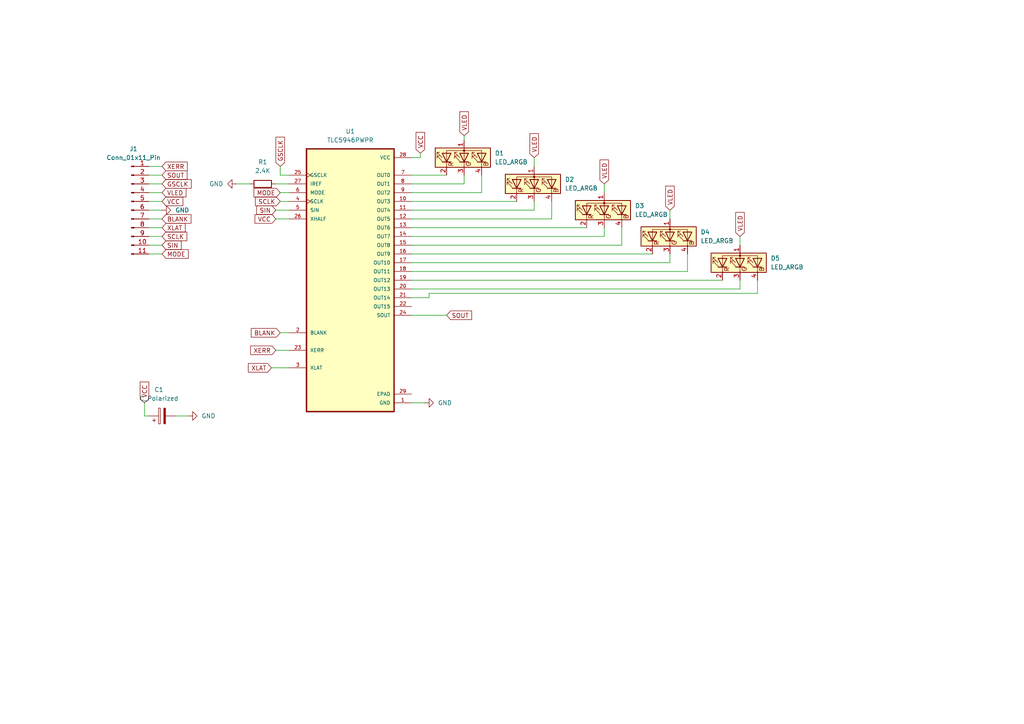
<source format=kicad_sch>
(kicad_sch (version 20231120) (generator "eeschema") (generator_version "8.0")
  (paper "A4")
  (lib_symbols
    (symbol "Connector:Conn_01x11_Pin" (pin_names (offset 1.016) hide)
      (property "Reference" "J" (at 0 15.24 0))
      (property "Value" "Conn_01x11_Pin" (at 0 -15.24 0))
      (symbol "Conn_01x11_Pin_1_1"
        (polyline (pts (xy 1.27 -12.7) (xy 0.8636 -12.7)) (stroke (width 0.1524)))
        (polyline (pts (xy 1.27 -10.16) (xy 0.8636 -10.16)) (stroke (width 0.1524)))
        (polyline (pts (xy 1.27 -7.62) (xy 0.8636 -7.62)) (stroke (width 0.1524)))
        (polyline (pts (xy 1.27 -5.08) (xy 0.8636 -5.08)) (stroke (width 0.1524)))
        (polyline (pts (xy 1.27 -2.54) (xy 0.8636 -2.54)) (stroke (width 0.1524)))
        (polyline (pts (xy 1.27 0) (xy 0.8636 0)) (stroke (width 0.1524)))
        (polyline (pts (xy 1.27 2.54) (xy 0.8636 2.54)) (stroke (width 0.1524)))
        (polyline (pts (xy 1.27 5.08) (xy 0.8636 5.08)) (stroke (width 0.1524)))
        (polyline (pts (xy 1.27 7.62) (xy 0.8636 7.62)) (stroke (width 0.1524)))
        (polyline (pts (xy 1.27 10.16) (xy 0.8636 10.16)) (stroke (width 0.1524)))
        (polyline (pts (xy 1.27 12.7) (xy 0.8636 12.7)) (stroke (width 0.1524)))
        (rectangle (start 0.8636 -12.573) (end 0 -12.827) (stroke (width 0.1524)) (fill (type outline)))
        (rectangle (start 0.8636 -10.033) (end 0 -10.287) (stroke (width 0.1524)) (fill (type outline)))
        (rectangle (start 0.8636 -7.493) (end 0 -7.747) (stroke (width 0.1524)) (fill (type outline)))
        (rectangle (start 0.8636 -4.953) (end 0 -5.207) (stroke (width 0.1524)) (fill (type outline)))
        (rectangle (start 0.8636 -2.413) (end 0 -2.667) (stroke (width 0.1524)) (fill (type outline)))
        (rectangle (start 0.8636 0.127) (end 0 -0.127) (stroke (width 0.1524)) (fill (type outline)))
        (rectangle (start 0.8636 2.667) (end 0 2.413) (stroke (width 0.1524)) (fill (type outline)))
        (rectangle (start 0.8636 5.207) (end 0 4.953) (stroke (width 0.1524)) (fill (type outline)))
        (rectangle (start 0.8636 7.747) (end 0 7.493) (stroke (width 0.1524)) (fill (type outline)))
        (rectangle (start 0.8636 10.287) (end 0 10.033) (stroke (width 0.1524)) (fill (type outline)))
        (rectangle (start 0.8636 12.827) (end 0 12.573) (stroke (width 0.1524)) (fill (type outline)))
        (pin passive line (at 5.08 12.7 180) (length 3.81) (name "Pin_1") (number "1"))
        (pin passive line (at 5.08 -10.16 180) (length 3.81) (name "Pin_10") (number "10"))
        (pin passive line (at 5.08 -12.7 180) (length 3.81) (name "Pin_11") (number "11"))
        (pin passive line (at 5.08 10.16 180) (length 3.81) (name "Pin_2") (number "2"))
        (pin passive line (at 5.08 7.62 180) (length 3.81) (name "Pin_3") (number "3"))
        (pin passive line (at 5.08 5.08 180) (length 3.81) (name "Pin_4") (number "4"))
        (pin passive line (at 5.08 2.54 180) (length 3.81) (name "Pin_5") (number "5"))
        (pin passive line (at 5.08 0 180) (length 3.81) (name "Pin_6") (number "6"))
        (pin passive line (at 5.08 -2.54 180) (length 3.81) (name "Pin_7") (number "7"))
        (pin passive line (at 5.08 -5.08 180) (length 3.81) (name "Pin_8") (number "8"))
        (pin passive line (at 5.08 -7.62 180) (length 3.81) (name "Pin_9") (number "9"))
      )
    )
    (symbol "Device:C_Polarized" (pin_numbers hide) (pin_names (offset 0.254))
      (property "Reference" "C" (at 0.635 2.54 0))
      (property "Value" "C_Polarized" (at 0.635 -2.54 0))
      (symbol "C_Polarized_0_1"
        (rectangle (start -2.286 0.508) (end 2.286 1.016))
        (polyline (pts (xy -1.778 2.286) (xy -0.762 2.286)))
        (polyline (pts (xy -1.27 2.794) (xy -1.27 1.778)))
        (rectangle (start 2.286 -0.508) (end -2.286 -1.016) (fill (type outline)))
      )
      (symbol "C_Polarized_1_1"
        (pin passive line (at 0 3.81 270) (length 2.794) (name "~") (number "1"))
        (pin passive line (at 0 -3.81 90) (length 2.794) (name "~") (number "2"))
      )
    )
    (symbol "Device:LED_ARGB" (pin_names (offset 0) hide)
      (property "Reference" "D" (at 0 9.398 0))
      (property "Value" "LED_ARGB" (at 0 -8.89 0))
      (symbol "LED_ARGB_0_0"
        (text "B" (at -1.905 -6.35 0) (effects (font (size 1.27 1.27))))
        (text "G" (at -1.905 -1.27 0) (effects (font (size 1.27 1.27))))
        (text "R" (at -1.905 3.81 0) (effects (font (size 1.27 1.27))))
      )
      (symbol "LED_ARGB_0_1"
        (polyline (pts (xy -1.27 -5.08) (xy -2.54 -5.08)))
        (polyline (pts (xy -1.27 -5.08) (xy 1.27 -5.08)))
        (polyline (pts (xy -1.27 -3.81) (xy -1.27 -6.35)) (stroke (width 0.254)))
        (polyline (pts (xy -1.27 0) (xy -2.54 0)))
        (polyline (pts (xy -1.27 1.27) (xy -1.27 -1.27)) (stroke (width 0.254)))
        (polyline (pts (xy -1.27 5.08) (xy -2.54 5.08)))
        (polyline (pts (xy -1.27 5.08) (xy 1.27 5.08)))
        (polyline (pts (xy -1.27 6.35) (xy -1.27 3.81)) (stroke (width 0.254)))
        (polyline (pts (xy 1.27 0) (xy -1.27 0)))
        (polyline (pts (xy 1.27 0) (xy 2.54 0)))
        (polyline (pts (xy -1.27 1.27) (xy -1.27 -1.27) (xy -1.27 -1.27)))
        (polyline (pts (xy -1.27 6.35) (xy -1.27 3.81) (xy -1.27 3.81)))
        (polyline (pts (xy 1.27 -5.08) (xy 2.032 -5.08) (xy 2.032 5.08) (xy 1.27 5.08)))
        (polyline (pts (xy 1.27 -3.81) (xy 1.27 -6.35) (xy -1.27 -5.08) (xy 1.27 -3.81)) (stroke (width 0.254)))
        (polyline (pts (xy 1.27 1.27) (xy 1.27 -1.27) (xy -1.27 0) (xy 1.27 1.27)) (stroke (width 0.254)))
        (polyline (pts (xy 1.27 6.35) (xy 1.27 3.81) (xy -1.27 5.08) (xy 1.27 6.35)) (stroke (width 0.254)))
        (polyline (pts (xy -1.016 -3.81) (xy 0.508 -2.286) (xy -0.254 -2.286) (xy 0.508 -2.286) (xy 0.508 -3.048)))
        (polyline (pts (xy -1.016 1.27) (xy 0.508 2.794) (xy -0.254 2.794) (xy 0.508 2.794) (xy 0.508 2.032)))
        (polyline (pts (xy -1.016 6.35) (xy 0.508 7.874) (xy -0.254 7.874) (xy 0.508 7.874) (xy 0.508 7.112)))
        (polyline (pts (xy 0 -3.81) (xy 1.524 -2.286) (xy 0.762 -2.286) (xy 1.524 -2.286) (xy 1.524 -3.048)))
        (polyline (pts (xy 0 1.27) (xy 1.524 2.794) (xy 0.762 2.794) (xy 1.524 2.794) (xy 1.524 2.032)))
        (polyline (pts (xy 0 6.35) (xy 1.524 7.874) (xy 0.762 7.874) (xy 1.524 7.874) (xy 1.524 7.112)))
        (rectangle (start 1.27 -1.27) (end 1.27 1.27))
        (rectangle (start 1.27 1.27) (end 1.27 1.27))
        (rectangle (start 1.27 3.81) (end 1.27 6.35))
        (rectangle (start 1.27 6.35) (end 1.27 6.35))
        (circle (center 2.032 0) (radius 0.254) (fill (type outline)))
        (rectangle (start 2.794 8.382) (end -2.794 -7.62) (stroke (width 0.254)) (fill (type background)))
      )
      (symbol "LED_ARGB_1_1"
        (pin passive line (at 5.08 0 180) (length 2.54) (name "A") (number "1"))
        (pin passive line (at -5.08 5.08 0) (length 2.54) (name "RK") (number "2"))
        (pin passive line (at -5.08 0 0) (length 2.54) (name "GK") (number "3"))
        (pin passive line (at -5.08 -5.08 0) (length 2.54) (name "BK") (number "4"))
      )
    )
    (symbol "Device:R" (pin_numbers hide) (pin_names (offset 0))
      (property "Reference" "R" (at 2.032 0 90))
      (property "Value" "R" (at 0 0 90))
      (symbol "R_0_1"
        (rectangle (start -1.016 -2.54) (end 1.016 2.54) (stroke (width 0.254)))
      )
      (symbol "R_1_1"
        (pin passive line (at 0 3.81 270) (length 1.27) (name "~") (number "1"))
        (pin passive line (at 0 -3.81 90) (length 1.27) (name "~") (number "2"))
      )
    )
    (symbol "TLC5946PWPR:TLC5946PWPR" (pin_names (offset 1.016))
      (property "Reference" "U" (at -12.7 39.1 0))
      (property "Value" "TLC5946PWPR" (at -12.7 -42.1 0))
      (symbol "TLC5946PWPR_0_0"
        (rectangle (start -12.7 -38.1) (end 12.7 38.1) (stroke (width 0.41)) (fill (type background)))
        (pin power_in line (at 17.78 -35.56 180) (length 5.08) (name "GND") (number "1"))
        (pin output line (at 17.78 22.86 180) (length 5.08) (name "OUT3") (number "10"))
        (pin output line (at 17.78 20.32 180) (length 5.08) (name "OUT4") (number "11"))
        (pin output line (at 17.78 17.78 180) (length 5.08) (name "OUT5") (number "12"))
        (pin output line (at 17.78 15.24 180) (length 5.08) (name "OUT6") (number "13"))
        (pin output line (at 17.78 12.7 180) (length 5.08) (name "OUT7") (number "14"))
        (pin output line (at 17.78 10.16 180) (length 5.08) (name "OUT8") (number "15"))
        (pin output line (at 17.78 7.62 180) (length 5.08) (name "OUT9") (number "16"))
        (pin output line (at 17.78 5.08 180) (length 5.08) (name "OUT10") (number "17"))
        (pin output line (at 17.78 2.54 180) (length 5.08) (name "OUT11") (number "18"))
        (pin output line (at 17.78 0 180) (length 5.08) (name "OUT12") (number "19"))
        (pin bidirectional line (at -17.78 -15.24 0) (length 5.08) (name "BLANK") (number "2"))
        (pin output line (at 17.78 -2.54 180) (length 5.08) (name "OUT13") (number "20"))
        (pin output line (at 17.78 -5.08 180) (length 5.08) (name "OUT14") (number "21"))
        (pin output line (at 17.78 -7.62 180) (length 5.08) (name "OUT15") (number "22"))
        (pin bidirectional line (at -17.78 -20.32 0) (length 5.08) (name "XERR") (number "23"))
        (pin output line (at 17.78 -10.16 180) (length 5.08) (name "SOUT") (number "24"))
        (pin input clock (at -17.78 30.48 0) (length 5.08) (name "GSCLK") (number "25"))
        (pin input line (at -17.78 17.78 0) (length 5.08) (name "XHALF") (number "26"))
        (pin input line (at -17.78 27.94 0) (length 5.08) (name "IREF") (number "27"))
        (pin power_in line (at 17.78 35.56 180) (length 5.08) (name "VCC") (number "28"))
        (pin power_in line (at 17.78 -33.02 180) (length 5.08) (name "EPAD") (number "29"))
        (pin bidirectional line (at -17.78 -25.4 0) (length 5.08) (name "XLAT") (number "3"))
        (pin input clock (at -17.78 22.86 0) (length 5.08) (name "SCLK") (number "4"))
        (pin input line (at -17.78 20.32 0) (length 5.08) (name "SIN") (number "5"))
        (pin input line (at -17.78 25.4 0) (length 5.08) (name "MODE") (number "6"))
        (pin output line (at 17.78 30.48 180) (length 5.08) (name "OUT0") (number "7"))
        (pin output line (at 17.78 27.94 180) (length 5.08) (name "OUT1") (number "8"))
        (pin output line (at 17.78 25.4 180) (length 5.08) (name "OUT2") (number "9"))
      )
    )
    (symbol "power:GND" (power) (pin_numbers hide) (pin_names (offset 0) hide)
      (property "Value" "GND" (at 0 -3.81 0))
      (symbol "GND_0_1"
        (polyline (pts (xy 0 0) (xy 0 -1.27) (xy 1.27 -1.27) (xy 0 -2.54) (xy -1.27 -1.27) (xy 0 -1.27)))
      )
      (symbol "GND_1_1"
        (pin power_in line (at 0 0 270) (length 0) (name "~") (number "1"))
      )
    )
  )
  (wire (pts (xy 199.39 78.74) (xy 199.39 73.66)))
  (wire (pts (xy 119.38 55.88) (xy 139.7 55.88)))
  (wire (pts (xy 43.18 58.42) (xy 46.99 58.42)))
  (wire (pts (xy 121.92 45.72) (xy 119.38 45.72)))
  (wire (pts (xy 81.28 50.8) (xy 83.82 50.8)))
  (wire (pts (xy 124.46 85.09) (xy 124.46 86.36)))
  (wire (pts (xy 81.28 55.88) (xy 83.82 55.88)))
  (wire (pts (xy 41.91 116.84) (xy 41.91 120.65)))
  (wire (pts (xy 119.38 78.74) (xy 199.39 78.74)))
  (wire (pts (xy 119.38 91.44) (xy 129.54 91.44)))
  (wire (pts (xy 43.18 66.04) (xy 46.99 66.04)))
  (wire (pts (xy 119.38 58.42) (xy 149.86 58.42)))
  (wire (pts (xy 119.38 71.12) (xy 180.34 71.12)))
  (wire (pts (xy 175.26 68.58) (xy 175.26 66.04)))
  (wire (pts (xy 134.62 50.8) (xy 134.62 53.34)))
  (wire (pts (xy 119.38 86.36) (xy 124.46 86.36)))
  (wire (pts (xy 119.38 68.58) (xy 175.26 68.58)))
  (wire (pts (xy 81.28 96.52) (xy 83.82 96.52)))
  (wire (pts (xy 160.02 58.42) (xy 160.02 63.5)))
  (wire (pts (xy 121.92 44.45) (xy 121.92 45.72)))
  (wire (pts (xy 80.01 53.34) (xy 83.82 53.34)))
  (wire (pts (xy 43.18 55.88) (xy 46.99 55.88)))
  (wire (pts (xy 43.18 63.5) (xy 46.99 63.5)))
  (wire (pts (xy 119.38 60.96) (xy 154.94 60.96)))
  (wire (pts (xy 119.38 50.8) (xy 129.54 50.8)))
  (wire (pts (xy 175.26 53.34) (xy 175.26 55.88)))
  (wire (pts (xy 119.38 116.84) (xy 123.19 116.84)))
  (wire (pts (xy 119.38 73.66) (xy 189.23 73.66)))
  (wire (pts (xy 219.71 85.09) (xy 124.46 85.09)))
  (wire (pts (xy 80.01 63.5) (xy 83.82 63.5)))
  (wire (pts (xy 219.71 81.28) (xy 219.71 85.09)))
  (wire (pts (xy 43.18 50.8) (xy 46.99 50.8)))
  (wire (pts (xy 119.38 53.34) (xy 134.62 53.34)))
  (wire (pts (xy 119.38 81.28) (xy 209.55 81.28)))
  (wire (pts (xy 50.8 120.65) (xy 54.61 120.65)))
  (wire (pts (xy 43.18 53.34) (xy 46.99 53.34)))
  (wire (pts (xy 134.62 39.37) (xy 134.62 40.64)))
  (wire (pts (xy 154.94 60.96) (xy 154.94 58.42)))
  (wire (pts (xy 194.31 60.96) (xy 194.31 63.5)))
  (wire (pts (xy 139.7 50.8) (xy 139.7 55.88)))
  (wire (pts (xy 214.63 68.58) (xy 214.63 71.12)))
  (wire (pts (xy 80.01 101.6) (xy 83.82 101.6)))
  (wire (pts (xy 119.38 66.04) (xy 170.18 66.04)))
  (wire (pts (xy 43.18 60.96) (xy 46.99 60.96)))
  (wire (pts (xy 81.28 58.42) (xy 83.82 58.42)))
  (wire (pts (xy 180.34 71.12) (xy 180.34 66.04)))
  (wire (pts (xy 41.91 120.65) (xy 43.18 120.65)))
  (wire (pts (xy 43.18 73.66) (xy 46.99 73.66)))
  (wire (pts (xy 80.01 60.96) (xy 83.82 60.96)))
  (wire (pts (xy 194.31 76.2) (xy 194.31 73.66)))
  (wire (pts (xy 119.38 76.2) (xy 194.31 76.2)))
  (wire (pts (xy 68.58 53.34) (xy 72.39 53.34)))
  (wire (pts (xy 81.28 48.26) (xy 81.28 50.8)))
  (wire (pts (xy 119.38 63.5) (xy 160.02 63.5)))
  (wire (pts (xy 214.63 83.82) (xy 214.63 81.28)))
  (wire (pts (xy 43.18 68.58) (xy 46.99 68.58)))
  (wire (pts (xy 154.94 45.72) (xy 154.94 48.26)))
  (wire (pts (xy 78.74 106.68) (xy 83.82 106.68)))
  (wire (pts (xy 43.18 71.12) (xy 46.99 71.12)))
  (wire (pts (xy 119.38 83.82) (xy 214.63 83.82)))
  (wire (pts (xy 43.18 48.26) (xy 46.99 48.26)))
  (global_label "XERR" (shape input) (at 46.99 48.26 0) (property "Intersheetrefs" "${INTERSHEET_REFS}" (effects (hide yes))))
  (global_label "SIN" (shape input) (at 46.99 71.12 0) (property "Intersheetrefs" "${INTERSHEET_REFS}" (effects (hide yes))))
  (global_label "VCC" (shape input) (at 41.91 116.84 90) (property "Intersheetrefs" "${INTERSHEET_REFS}" (effects (hide yes))))
  (global_label "BLANK" (shape input) (at 81.28 96.52 180) (property "Intersheetrefs" "${INTERSHEET_REFS}" (effects (hide yes))))
  (global_label "SIN" (shape input) (at 80.01 60.96 180) (property "Intersheetrefs" "${INTERSHEET_REFS}" (effects (hide yes))))
  (global_label "SCLK" (shape input) (at 46.99 68.58 0) (property "Intersheetrefs" "${INTERSHEET_REFS}" (effects (hide yes))))
  (global_label "XLAT" (shape input) (at 46.99 66.04 0) (property "Intersheetrefs" "${INTERSHEET_REFS}" (effects (hide yes))))
  (global_label "VLED" (shape input) (at 175.26 53.34 90) (property "Intersheetrefs" "${INTERSHEET_REFS}" (effects (hide yes))))
  (global_label "SOUT" (shape input) (at 129.54 91.44 0) (property "Intersheetrefs" "${INTERSHEET_REFS}" (effects (hide yes))))
  (global_label "VLED" (shape input) (at 194.31 60.96 90) (property "Intersheetrefs" "${INTERSHEET_REFS}" (effects (hide yes))))
  (global_label "MODE" (shape input) (at 46.99 73.66 0) (property "Intersheetrefs" "${INTERSHEET_REFS}" (effects (hide yes))))
  (global_label "VLED" (shape input) (at 154.94 45.72 90) (property "Intersheetrefs" "${INTERSHEET_REFS}" (effects (hide yes))))
  (global_label "BLANK" (shape input) (at 46.99 63.5 0) (property "Intersheetrefs" "${INTERSHEET_REFS}" (effects (hide yes))))
  (global_label "GSCLK" (shape input) (at 46.99 53.34 0) (property "Intersheetrefs" "${INTERSHEET_REFS}" (effects (hide yes))))
  (global_label "XERR" (shape input) (at 80.01 101.6 180) (property "Intersheetrefs" "${INTERSHEET_REFS}" (effects (hide yes))))
  (global_label "VLED" (shape input) (at 134.62 39.37 90) (property "Intersheetrefs" "${INTERSHEET_REFS}" (effects (hide yes))))
  (global_label "GSCLK" (shape input) (at 81.28 48.26 90) (property "Intersheetrefs" "${INTERSHEET_REFS}" (effects (hide yes))))
  (global_label "VLED" (shape input) (at 214.63 68.58 90) (property "Intersheetrefs" "${INTERSHEET_REFS}" (effects (hide yes))))
  (global_label "VCC" (shape input) (at 46.99 58.42 0) (property "Intersheetrefs" "${INTERSHEET_REFS}" (effects (hide yes))))
  (global_label "MODE" (shape input) (at 81.28 55.88 180) (property "Intersheetrefs" "${INTERSHEET_REFS}" (effects (hide yes))))
  (global_label "XLAT" (shape input) (at 78.74 106.68 180) (property "Intersheetrefs" "${INTERSHEET_REFS}" (effects (hide yes))))
  (global_label "VCC" (shape input) (at 80.01 63.5 180) (property "Intersheetrefs" "${INTERSHEET_REFS}" (effects (hide yes))))
  (global_label "VLED" (shape input) (at 46.99 55.88 0) (property "Intersheetrefs" "${INTERSHEET_REFS}" (effects (hide yes))))
  (global_label "VCC" (shape input) (at 121.92 44.45 90) (property "Intersheetrefs" "${INTERSHEET_REFS}" (effects (hide yes))))
  (global_label "SCLK" (shape input) (at 81.28 58.42 180) (property "Intersheetrefs" "${INTERSHEET_REFS}" (effects (hide yes))))
  (global_label "SOUT" (shape input) (at 46.99 50.8 0) (property "Intersheetrefs" "${INTERSHEET_REFS}" (effects (hide yes))))
  (symbol (lib_id "Device:LED_ARGB") (at 214.63 76.2 90) (unit 1)
    (property "Reference" "D5" (at 223.52 74.9299 90) (effects (justify right)))
    (property "Value" "LED_ARGB" (at 223.52 77.4699 90) (effects (justify right)))
    (property "Footprint" "local_feetprint:third leg common LED_D5.0mm-4_RGB" (effects (hide yes)))
    (property "Description" "RGB LED, anode/red/green/blue" (effects (hide yes)))
  )
  (symbol (lib_id "Device:LED_ARGB") (at 194.31 68.58 90) (unit 1)
    (property "Reference" "D4" (at 203.2 67.3099 90) (effects (justify right)))
    (property "Value" "LED_ARGB" (at 203.2 69.8499 90) (effects (justify right)))
    (property "Footprint" "local_feetprint:third leg common LED_D5.0mm-4_RGB" (effects (hide yes)))
    (property "Description" "RGB LED, anode/red/green/blue" (effects (hide yes)))
  )
  (symbol (lib_id "Connector:Conn_01x11_Pin") (at 38.1 60.96 0) (unit 1)
    (property "Reference" "J1" (at 38.735 43.18 0))
    (property "Value" "Conn_01x11_Pin" (at 38.735 45.72 0))
    (property "Footprint" "Connector_PinHeader_2.54mm:PinHeader_1x11_P2.54mm_Vertical" (effects (hide yes)))
    (property "Description" "Generic connector, single row, 01x11, script generated" (effects (hide yes)))
  )
  (symbol (lib_id "Device:R") (at 76.2 53.34 90) (unit 1)
    (property "Reference" "R1" (at 76.2 46.99 90))
    (property "Value" "2.4K" (at 76.2 49.53 90))
    (property "Footprint" "Resistor_THT:R_Axial_DIN0309_L9.0mm_D3.2mm_P15.24mm_Horizontal" (effects (hide yes)))
    (property "Description" "Resistor" (effects (hide yes)))
  )
  (symbol (lib_id "power:GND") (at 46.99 60.96 90) (unit 1)
    (property "Reference" "#PWR01" (effects (hide yes)))
    (property "Value" "GND" (at 50.8 60.9599 90) (effects (justify right)))
    (property "Description" "Power symbol creates a global label with name \"GND\" , ground" (effects (hide yes)))
  )
  (symbol (lib_id "power:GND") (at 123.19 116.84 90) (unit 1)
    (property "Reference" "#PWR03" (effects (hide yes)))
    (property "Value" "GND" (at 127 116.8399 90) (effects (justify right)))
    (property "Description" "Power symbol creates a global label with name \"GND\" , ground" (effects (hide yes)))
  )
  (symbol (lib_id "power:GND") (at 68.58 53.34 270) (unit 1)
    (property "Reference" "#PWR02" (effects (hide yes)))
    (property "Value" "GND" (at 64.77 53.3399 90) (effects (justify right)))
    (property "Description" "Power symbol creates a global label with name \"GND\" , ground" (effects (hide yes)))
  )
  (symbol (lib_id "Device:LED_ARGB") (at 175.26 60.96 90) (unit 1)
    (property "Reference" "D3" (at 184.15 59.6899 90) (effects (justify right)))
    (property "Value" "LED_ARGB" (at 184.15 62.2299 90) (effects (justify right)))
    (property "Footprint" "local_feetprint:third leg common LED_D5.0mm-4_RGB" (effects (hide yes)))
    (property "Description" "RGB LED, anode/red/green/blue" (effects (hide yes)))
  )
  (symbol (lib_id "Device:LED_ARGB") (at 134.62 45.72 90) (unit 1)
    (property "Reference" "D1" (at 143.51 44.4499 90) (effects (justify right)))
    (property "Value" "LED_ARGB" (at 143.51 46.9899 90) (effects (justify right)))
    (property "Footprint" "local_feetprint:third leg common LED_D5.0mm-4_RGB" (effects (hide yes)))
    (property "Description" "RGB LED, anode/red/green/blue" (effects (hide yes)))
  )
  (symbol (lib_id "TLC5946PWPR:TLC5946PWPR") (at 101.6 81.28 0) (unit 1)
    (property "Reference" "U1" (at 101.6 38.1 0))
    (property "Value" "TLC5946PWPR" (at 101.6 40.64 0))
    (property "Footprint" "local_feetprint:TLC5946PWPR" (effects (hide yes)))
  )
  (symbol (lib_id "power:GND") (at 54.61 120.65 90) (unit 1)
    (property "Reference" "#PWR04" (effects (hide yes)))
    (property "Value" "GND" (at 58.42 120.6499 90) (effects (justify right)))
    (property "Description" "Power symbol creates a global label with name \"GND\" , ground" (effects (hide yes)))
  )
  (symbol (lib_id "Device:C_Polarized") (at 46.99 120.65 90) (unit 1)
    (property "Reference" "C1" (at 46.101 113.03 90))
    (property "Value" "C_Polarized" (at 46.101 115.57 90))
    (property "Footprint" "Capacitor_THT:CP_Radial_D5.0mm_P2.50mm" (effects (hide yes)))
    (property "Description" "Polarized capacitor" (effects (hide yes)))
  )
  (symbol (lib_id "Device:LED_ARGB") (at 154.94 53.34 90) (unit 1)
    (property "Reference" "D2" (at 163.83 52.0699 90) (effects (justify right)))
    (property "Value" "LED_ARGB" (at 163.83 54.6099 90) (effects (justify right)))
    (property "Footprint" "local_feetprint:third leg common LED_D5.0mm-4_RGB" (effects (hide yes)))
    (property "Description" "RGB LED, anode/red/green/blue" (effects (hide yes)))
  )
)
</source>
